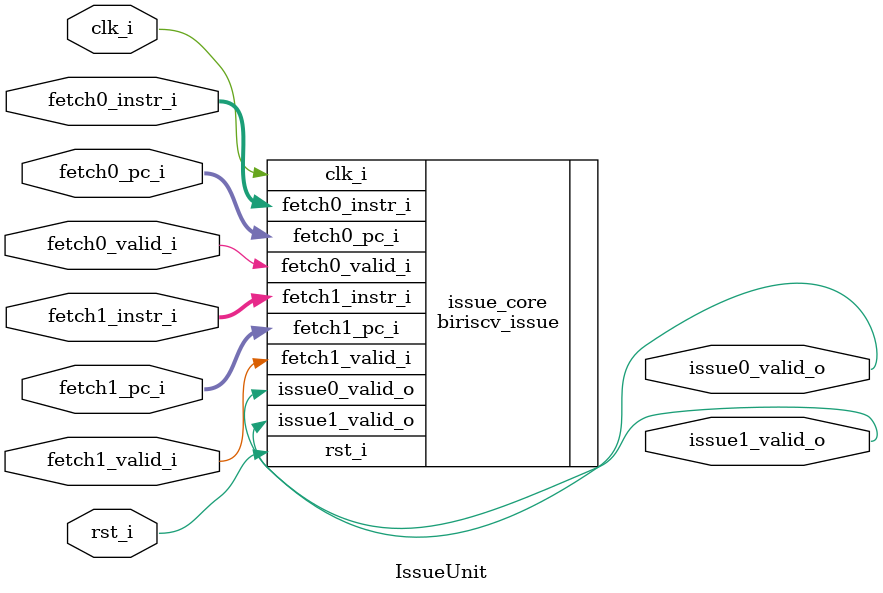
<source format=sv>
module IssueUnit (
    input  logic         clk_i,
    input  logic         rst_i,
    input  logic         fetch0_valid_i,
    input  logic         fetch1_valid_i,
    input  logic [31:0]  fetch0_instr_i,
    input  logic [31:0]  fetch1_instr_i,
    input  logic [31:0]  fetch0_pc_i,
    input  logic [31:0]  fetch1_pc_i,
    output logic         issue0_valid_o,
    output logic         issue1_valid_o
    // ... other signals for op type, rd, rs1, rs2, etc.
);

    biriscv_issue issue_core (
        .clk_i(clk_i),
        .rst_i(rst_i),
        .fetch0_valid_i(fetch0_valid_i),
        .fetch0_instr_i(fetch0_instr_i),
        .fetch0_pc_i(fetch0_pc_i),
        .fetch1_valid_i(fetch1_valid_i),
        .fetch1_instr_i(fetch1_instr_i),
        .fetch1_pc_i(fetch1_pc_i),
        // map all other signals
        .issue0_valid_o(issue0_valid_o),
        .issue1_valid_o(issue1_valid_o)
    );

endmodule

</source>
